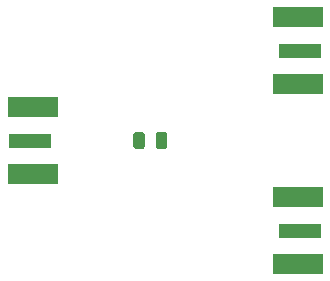
<source format=gbr>
%TF.GenerationSoftware,KiCad,Pcbnew,(5.1.9)-1*%
%TF.CreationDate,2021-03-17T18:50:59-04:00*%
%TF.ProjectId,PowerSplitter,506f7765-7253-4706-9c69-747465722e6b,rev?*%
%TF.SameCoordinates,Original*%
%TF.FileFunction,Soldermask,Top*%
%TF.FilePolarity,Negative*%
%FSLAX46Y46*%
G04 Gerber Fmt 4.6, Leading zero omitted, Abs format (unit mm)*
G04 Created by KiCad (PCBNEW (5.1.9)-1) date 2021-03-17 18:50:59*
%MOMM*%
%LPD*%
G01*
G04 APERTURE LIST*
%ADD10R,4.200000X1.750000*%
%ADD11R,3.600000X1.270000*%
G04 APERTURE END LIST*
D10*
%TO.C,J3*%
X134420000Y-78455000D03*
X134420000Y-84105000D03*
D11*
X134620000Y-81280000D03*
%TD*%
D10*
%TO.C,J2*%
X134420000Y-63215000D03*
X134420000Y-68865000D03*
D11*
X134620000Y-66040000D03*
%TD*%
D10*
%TO.C,J1*%
X111960000Y-76485000D03*
X111960000Y-70835000D03*
D11*
X111760000Y-73660000D03*
%TD*%
%TO.C,C1*%
G36*
G01*
X121470000Y-73185000D02*
X121470000Y-74135000D01*
G75*
G02*
X121220000Y-74385000I-250000J0D01*
G01*
X120720000Y-74385000D01*
G75*
G02*
X120470000Y-74135000I0J250000D01*
G01*
X120470000Y-73185000D01*
G75*
G02*
X120720000Y-72935000I250000J0D01*
G01*
X121220000Y-72935000D01*
G75*
G02*
X121470000Y-73185000I0J-250000D01*
G01*
G37*
G36*
G01*
X123370000Y-73185000D02*
X123370000Y-74135000D01*
G75*
G02*
X123120000Y-74385000I-250000J0D01*
G01*
X122620000Y-74385000D01*
G75*
G02*
X122370000Y-74135000I0J250000D01*
G01*
X122370000Y-73185000D01*
G75*
G02*
X122620000Y-72935000I250000J0D01*
G01*
X123120000Y-72935000D01*
G75*
G02*
X123370000Y-73185000I0J-250000D01*
G01*
G37*
%TD*%
M02*

</source>
